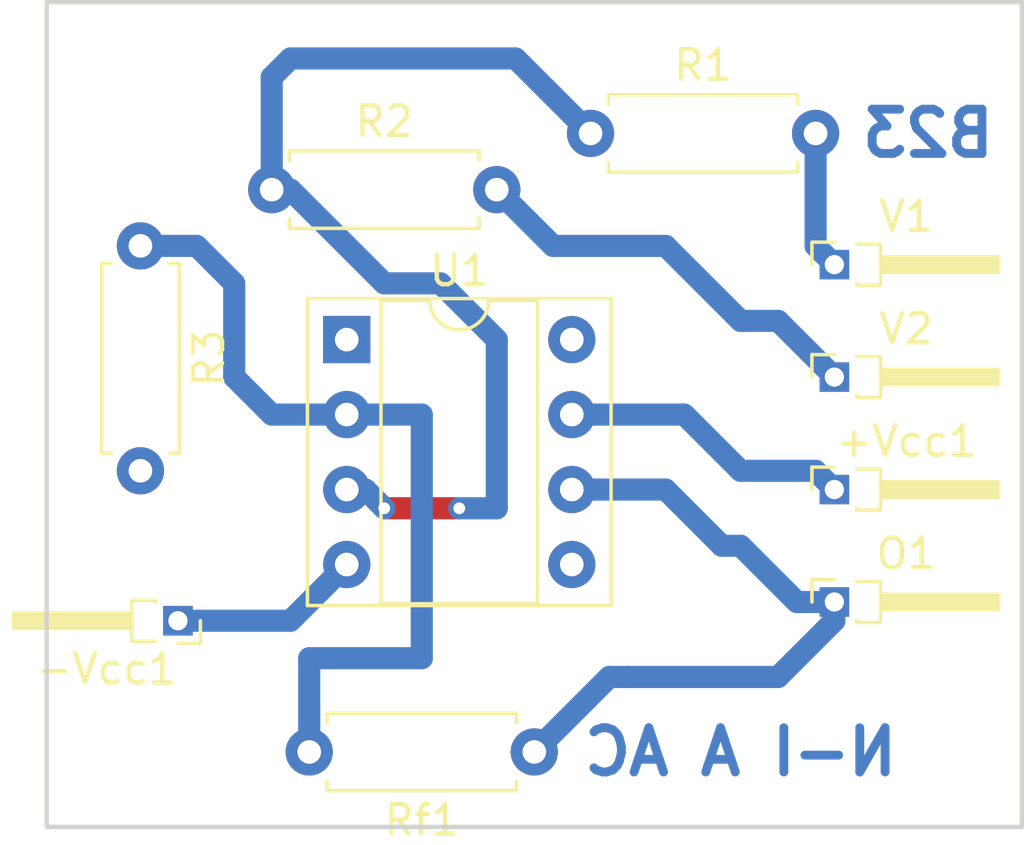
<source format=kicad_pcb>
(kicad_pcb (version 4) (host pcbnew 4.0.7)

  (general
    (links 10)
    (no_connects 0)
    (area 132.839999 71.044999 167.715001 99.905)
    (thickness 1.6)
    (drawings 7)
    (tracks 47)
    (zones 0)
    (modules 10)
    (nets 12)
  )

  (page A4)
  (layers
    (0 F.Cu signal)
    (31 B.Cu signal)
    (32 B.Adhes user)
    (33 F.Adhes user)
    (34 B.Paste user)
    (35 F.Paste user)
    (36 B.SilkS user)
    (37 F.SilkS user)
    (38 B.Mask user)
    (39 F.Mask user)
    (40 Dwgs.User user)
    (41 Cmts.User user)
    (42 Eco1.User user)
    (43 Eco2.User user)
    (44 Edge.Cuts user)
    (45 Margin user)
    (46 B.CrtYd user)
    (47 F.CrtYd user)
    (48 B.Fab user)
    (49 F.Fab user)
  )

  (setup
    (last_trace_width 0.75)
    (trace_clearance 0.2)
    (zone_clearance 0.508)
    (zone_45_only no)
    (trace_min 0.2)
    (segment_width 0.2)
    (edge_width 0.15)
    (via_size 0.6)
    (via_drill 0.4)
    (via_min_size 0.4)
    (via_min_drill 0.3)
    (uvia_size 0.3)
    (uvia_drill 0.1)
    (uvias_allowed no)
    (uvia_min_size 0.2)
    (uvia_min_drill 0.1)
    (pcb_text_width 0.3)
    (pcb_text_size 1.5 1.5)
    (mod_edge_width 0.15)
    (mod_text_size 1 1)
    (mod_text_width 0.15)
    (pad_size 1.524 1.524)
    (pad_drill 0.762)
    (pad_to_mask_clearance 0.2)
    (aux_axis_origin 0 0)
    (visible_elements FFFFFF7F)
    (pcbplotparams
      (layerselection 0x3d030_80000001)
      (usegerberextensions false)
      (excludeedgelayer true)
      (linewidth 0.100000)
      (plotframeref false)
      (viasonmask false)
      (mode 1)
      (useauxorigin false)
      (hpglpennumber 1)
      (hpglpenspeed 20)
      (hpglpendiameter 15)
      (hpglpenoverlay 2)
      (psnegative false)
      (psa4output false)
      (plotreference true)
      (plotvalue true)
      (plotinvisibletext false)
      (padsonsilk false)
      (subtractmaskfromsilk false)
      (outputformat 4)
      (mirror false)
      (drillshape 0)
      (scaleselection 1)
      (outputdirectory ""))
  )

  (net 0 "")
  (net 1 "Net-(+Vcc1-Pad1)")
  (net 2 "Net-(-Vcc1-Pad1)")
  (net 3 "Net-(O1-Pad1)")
  (net 4 "Net-(R1-Pad1)")
  (net 5 "Net-(R1-Pad2)")
  (net 6 "Net-(R2-Pad2)")
  (net 7 "Net-(R3-Pad1)")
  (net 8 GND)
  (net 9 "Net-(U1-Pad1)")
  (net 10 "Net-(U1-Pad5)")
  (net 11 "Net-(U1-Pad8)")

  (net_class Default "This is the default net class."
    (clearance 0.2)
    (trace_width 0.75)
    (via_dia 0.6)
    (via_drill 0.4)
    (uvia_dia 0.3)
    (uvia_drill 0.1)
    (add_net GND)
    (add_net "Net-(+Vcc1-Pad1)")
    (add_net "Net-(-Vcc1-Pad1)")
    (add_net "Net-(O1-Pad1)")
    (add_net "Net-(R1-Pad1)")
    (add_net "Net-(R1-Pad2)")
    (add_net "Net-(R2-Pad2)")
    (add_net "Net-(R3-Pad1)")
    (add_net "Net-(U1-Pad1)")
    (add_net "Net-(U1-Pad5)")
    (add_net "Net-(U1-Pad8)")
  )

  (module Pin_Headers:Pin_Header_Angled_1x01_Pitch1.27mm (layer F.Cu) (tedit 59650535) (tstamp 5C51AF52)
    (at 161.29 87.63)
    (descr "Through hole angled pin header, 1x01, 1.27mm pitch, 4.0mm pin length, single row")
    (tags "Through hole angled pin header THT 1x01 1.27mm single row")
    (path /5C51ADAE)
    (fp_text reference +Vcc1 (at 2.4325 -1.635) (layer F.SilkS)
      (effects (font (size 1 1) (thickness 0.15)))
    )
    (fp_text value +12V (at 2.4325 1.635) (layer F.Fab)
      (effects (font (size 1 1) (thickness 0.15)))
    )
    (fp_line (start 0.75 -0.635) (end 1.5 -0.635) (layer F.Fab) (width 0.1))
    (fp_line (start 1.5 -0.635) (end 1.5 0.635) (layer F.Fab) (width 0.1))
    (fp_line (start 1.5 0.635) (end 0.5 0.635) (layer F.Fab) (width 0.1))
    (fp_line (start 0.5 0.635) (end 0.5 -0.385) (layer F.Fab) (width 0.1))
    (fp_line (start 0.5 -0.385) (end 0.75 -0.635) (layer F.Fab) (width 0.1))
    (fp_line (start -0.2 -0.2) (end 0.5 -0.2) (layer F.Fab) (width 0.1))
    (fp_line (start -0.2 -0.2) (end -0.2 0.2) (layer F.Fab) (width 0.1))
    (fp_line (start -0.2 0.2) (end 0.5 0.2) (layer F.Fab) (width 0.1))
    (fp_line (start 1.5 -0.2) (end 5.5 -0.2) (layer F.Fab) (width 0.1))
    (fp_line (start 5.5 -0.2) (end 5.5 0.2) (layer F.Fab) (width 0.1))
    (fp_line (start 1.5 0.2) (end 5.5 0.2) (layer F.Fab) (width 0.1))
    (fp_line (start 0.76 -0.695) (end 1.56 -0.695) (layer F.SilkS) (width 0.12))
    (fp_line (start 1.56 -0.695) (end 1.56 0.695) (layer F.SilkS) (width 0.12))
    (fp_line (start 1.56 0.695) (end 0.76 0.695) (layer F.SilkS) (width 0.12))
    (fp_line (start 0.76 0.695) (end 0.76 0.619677) (layer F.SilkS) (width 0.12))
    (fp_line (start 1.56 -0.26) (end 5.56 -0.26) (layer F.SilkS) (width 0.12))
    (fp_line (start 5.56 -0.26) (end 5.56 0.26) (layer F.SilkS) (width 0.12))
    (fp_line (start 5.56 0.26) (end 1.56 0.26) (layer F.SilkS) (width 0.12))
    (fp_line (start 1.56 -0.2) (end 5.56 -0.2) (layer F.SilkS) (width 0.12))
    (fp_line (start 1.56 -0.08) (end 5.56 -0.08) (layer F.SilkS) (width 0.12))
    (fp_line (start 1.56 0.04) (end 5.56 0.04) (layer F.SilkS) (width 0.12))
    (fp_line (start 1.56 0.16) (end 5.56 0.16) (layer F.SilkS) (width 0.12))
    (fp_line (start -0.76 0) (end -0.76 -0.76) (layer F.SilkS) (width 0.12))
    (fp_line (start -0.76 -0.76) (end 0 -0.76) (layer F.SilkS) (width 0.12))
    (fp_line (start -1.15 -1.15) (end -1.15 1.15) (layer F.CrtYd) (width 0.05))
    (fp_line (start -1.15 1.15) (end 6 1.15) (layer F.CrtYd) (width 0.05))
    (fp_line (start 6 1.15) (end 6 -1.15) (layer F.CrtYd) (width 0.05))
    (fp_line (start 6 -1.15) (end -1.15 -1.15) (layer F.CrtYd) (width 0.05))
    (fp_text user %R (at 1 0 90) (layer F.Fab)
      (effects (font (size 0.6 0.6) (thickness 0.09)))
    )
    (pad 1 thru_hole rect (at 0 0) (size 1 1) (drill 0.65) (layers *.Cu *.Mask)
      (net 1 "Net-(+Vcc1-Pad1)"))
    (model ${KISYS3DMOD}/Pin_Headers.3dshapes/Pin_Header_Angled_1x01_Pitch1.27mm.wrl
      (at (xyz 0 0 0))
      (scale (xyz 1 1 1))
      (rotate (xyz 0 0 0))
    )
  )

  (module Pin_Headers:Pin_Header_Angled_1x01_Pitch1.27mm (layer F.Cu) (tedit 59650535) (tstamp 5C51AF57)
    (at 139.065 92.075 180)
    (descr "Through hole angled pin header, 1x01, 1.27mm pitch, 4.0mm pin length, single row")
    (tags "Through hole angled pin header THT 1x01 1.27mm single row")
    (path /5C51AD7B)
    (fp_text reference -Vcc1 (at 2.4325 -1.635 180) (layer F.SilkS)
      (effects (font (size 1 1) (thickness 0.15)))
    )
    (fp_text value -12V (at 2.4325 1.635 180) (layer F.Fab)
      (effects (font (size 1 1) (thickness 0.15)))
    )
    (fp_line (start 0.75 -0.635) (end 1.5 -0.635) (layer F.Fab) (width 0.1))
    (fp_line (start 1.5 -0.635) (end 1.5 0.635) (layer F.Fab) (width 0.1))
    (fp_line (start 1.5 0.635) (end 0.5 0.635) (layer F.Fab) (width 0.1))
    (fp_line (start 0.5 0.635) (end 0.5 -0.385) (layer F.Fab) (width 0.1))
    (fp_line (start 0.5 -0.385) (end 0.75 -0.635) (layer F.Fab) (width 0.1))
    (fp_line (start -0.2 -0.2) (end 0.5 -0.2) (layer F.Fab) (width 0.1))
    (fp_line (start -0.2 -0.2) (end -0.2 0.2) (layer F.Fab) (width 0.1))
    (fp_line (start -0.2 0.2) (end 0.5 0.2) (layer F.Fab) (width 0.1))
    (fp_line (start 1.5 -0.2) (end 5.5 -0.2) (layer F.Fab) (width 0.1))
    (fp_line (start 5.5 -0.2) (end 5.5 0.2) (layer F.Fab) (width 0.1))
    (fp_line (start 1.5 0.2) (end 5.5 0.2) (layer F.Fab) (width 0.1))
    (fp_line (start 0.76 -0.695) (end 1.56 -0.695) (layer F.SilkS) (width 0.12))
    (fp_line (start 1.56 -0.695) (end 1.56 0.695) (layer F.SilkS) (width 0.12))
    (fp_line (start 1.56 0.695) (end 0.76 0.695) (layer F.SilkS) (width 0.12))
    (fp_line (start 0.76 0.695) (end 0.76 0.619677) (layer F.SilkS) (width 0.12))
    (fp_line (start 1.56 -0.26) (end 5.56 -0.26) (layer F.SilkS) (width 0.12))
    (fp_line (start 5.56 -0.26) (end 5.56 0.26) (layer F.SilkS) (width 0.12))
    (fp_line (start 5.56 0.26) (end 1.56 0.26) (layer F.SilkS) (width 0.12))
    (fp_line (start 1.56 -0.2) (end 5.56 -0.2) (layer F.SilkS) (width 0.12))
    (fp_line (start 1.56 -0.08) (end 5.56 -0.08) (layer F.SilkS) (width 0.12))
    (fp_line (start 1.56 0.04) (end 5.56 0.04) (layer F.SilkS) (width 0.12))
    (fp_line (start 1.56 0.16) (end 5.56 0.16) (layer F.SilkS) (width 0.12))
    (fp_line (start -0.76 0) (end -0.76 -0.76) (layer F.SilkS) (width 0.12))
    (fp_line (start -0.76 -0.76) (end 0 -0.76) (layer F.SilkS) (width 0.12))
    (fp_line (start -1.15 -1.15) (end -1.15 1.15) (layer F.CrtYd) (width 0.05))
    (fp_line (start -1.15 1.15) (end 6 1.15) (layer F.CrtYd) (width 0.05))
    (fp_line (start 6 1.15) (end 6 -1.15) (layer F.CrtYd) (width 0.05))
    (fp_line (start 6 -1.15) (end -1.15 -1.15) (layer F.CrtYd) (width 0.05))
    (fp_text user %R (at 1 0 270) (layer F.Fab)
      (effects (font (size 0.6 0.6) (thickness 0.09)))
    )
    (pad 1 thru_hole rect (at 0 0 180) (size 1 1) (drill 0.65) (layers *.Cu *.Mask)
      (net 2 "Net-(-Vcc1-Pad1)"))
    (model ${KISYS3DMOD}/Pin_Headers.3dshapes/Pin_Header_Angled_1x01_Pitch1.27mm.wrl
      (at (xyz 0 0 0))
      (scale (xyz 1 1 1))
      (rotate (xyz 0 0 0))
    )
  )

  (module Pin_Headers:Pin_Header_Angled_1x01_Pitch1.27mm (layer F.Cu) (tedit 59650535) (tstamp 5C51AF5C)
    (at 161.29 91.44)
    (descr "Through hole angled pin header, 1x01, 1.27mm pitch, 4.0mm pin length, single row")
    (tags "Through hole angled pin header THT 1x01 1.27mm single row")
    (path /5C51ADD9)
    (fp_text reference O1 (at 2.4325 -1.635) (layer F.SilkS)
      (effects (font (size 1 1) (thickness 0.15)))
    )
    (fp_text value CRO (at 2.4325 1.635) (layer F.Fab)
      (effects (font (size 1 1) (thickness 0.15)))
    )
    (fp_line (start 0.75 -0.635) (end 1.5 -0.635) (layer F.Fab) (width 0.1))
    (fp_line (start 1.5 -0.635) (end 1.5 0.635) (layer F.Fab) (width 0.1))
    (fp_line (start 1.5 0.635) (end 0.5 0.635) (layer F.Fab) (width 0.1))
    (fp_line (start 0.5 0.635) (end 0.5 -0.385) (layer F.Fab) (width 0.1))
    (fp_line (start 0.5 -0.385) (end 0.75 -0.635) (layer F.Fab) (width 0.1))
    (fp_line (start -0.2 -0.2) (end 0.5 -0.2) (layer F.Fab) (width 0.1))
    (fp_line (start -0.2 -0.2) (end -0.2 0.2) (layer F.Fab) (width 0.1))
    (fp_line (start -0.2 0.2) (end 0.5 0.2) (layer F.Fab) (width 0.1))
    (fp_line (start 1.5 -0.2) (end 5.5 -0.2) (layer F.Fab) (width 0.1))
    (fp_line (start 5.5 -0.2) (end 5.5 0.2) (layer F.Fab) (width 0.1))
    (fp_line (start 1.5 0.2) (end 5.5 0.2) (layer F.Fab) (width 0.1))
    (fp_line (start 0.76 -0.695) (end 1.56 -0.695) (layer F.SilkS) (width 0.12))
    (fp_line (start 1.56 -0.695) (end 1.56 0.695) (layer F.SilkS) (width 0.12))
    (fp_line (start 1.56 0.695) (end 0.76 0.695) (layer F.SilkS) (width 0.12))
    (fp_line (start 0.76 0.695) (end 0.76 0.619677) (layer F.SilkS) (width 0.12))
    (fp_line (start 1.56 -0.26) (end 5.56 -0.26) (layer F.SilkS) (width 0.12))
    (fp_line (start 5.56 -0.26) (end 5.56 0.26) (layer F.SilkS) (width 0.12))
    (fp_line (start 5.56 0.26) (end 1.56 0.26) (layer F.SilkS) (width 0.12))
    (fp_line (start 1.56 -0.2) (end 5.56 -0.2) (layer F.SilkS) (width 0.12))
    (fp_line (start 1.56 -0.08) (end 5.56 -0.08) (layer F.SilkS) (width 0.12))
    (fp_line (start 1.56 0.04) (end 5.56 0.04) (layer F.SilkS) (width 0.12))
    (fp_line (start 1.56 0.16) (end 5.56 0.16) (layer F.SilkS) (width 0.12))
    (fp_line (start -0.76 0) (end -0.76 -0.76) (layer F.SilkS) (width 0.12))
    (fp_line (start -0.76 -0.76) (end 0 -0.76) (layer F.SilkS) (width 0.12))
    (fp_line (start -1.15 -1.15) (end -1.15 1.15) (layer F.CrtYd) (width 0.05))
    (fp_line (start -1.15 1.15) (end 6 1.15) (layer F.CrtYd) (width 0.05))
    (fp_line (start 6 1.15) (end 6 -1.15) (layer F.CrtYd) (width 0.05))
    (fp_line (start 6 -1.15) (end -1.15 -1.15) (layer F.CrtYd) (width 0.05))
    (fp_text user %R (at 1 0 90) (layer F.Fab)
      (effects (font (size 0.6 0.6) (thickness 0.09)))
    )
    (pad 1 thru_hole rect (at 0 0) (size 1 1) (drill 0.65) (layers *.Cu *.Mask)
      (net 3 "Net-(O1-Pad1)"))
    (model ${KISYS3DMOD}/Pin_Headers.3dshapes/Pin_Header_Angled_1x01_Pitch1.27mm.wrl
      (at (xyz 0 0 0))
      (scale (xyz 1 1 1))
      (rotate (xyz 0 0 0))
    )
  )

  (module Resistors_THT:R_Axial_DIN0207_L6.3mm_D2.5mm_P7.62mm_Horizontal (layer F.Cu) (tedit 5874F706) (tstamp 5C51AF62)
    (at 153.035 75.565)
    (descr "Resistor, Axial_DIN0207 series, Axial, Horizontal, pin pitch=7.62mm, 0.25W = 1/4W, length*diameter=6.3*2.5mm^2, http://cdn-reichelt.de/documents/datenblatt/B400/1_4W%23YAG.pdf")
    (tags "Resistor Axial_DIN0207 series Axial Horizontal pin pitch 7.62mm 0.25W = 1/4W length 6.3mm diameter 2.5mm")
    (path /5C51AC67)
    (fp_text reference R1 (at 3.81 -2.31) (layer F.SilkS)
      (effects (font (size 1 1) (thickness 0.15)))
    )
    (fp_text value "1k ohm" (at 3.81 2.31) (layer F.Fab)
      (effects (font (size 1 1) (thickness 0.15)))
    )
    (fp_line (start 0.66 -1.25) (end 0.66 1.25) (layer F.Fab) (width 0.1))
    (fp_line (start 0.66 1.25) (end 6.96 1.25) (layer F.Fab) (width 0.1))
    (fp_line (start 6.96 1.25) (end 6.96 -1.25) (layer F.Fab) (width 0.1))
    (fp_line (start 6.96 -1.25) (end 0.66 -1.25) (layer F.Fab) (width 0.1))
    (fp_line (start 0 0) (end 0.66 0) (layer F.Fab) (width 0.1))
    (fp_line (start 7.62 0) (end 6.96 0) (layer F.Fab) (width 0.1))
    (fp_line (start 0.6 -0.98) (end 0.6 -1.31) (layer F.SilkS) (width 0.12))
    (fp_line (start 0.6 -1.31) (end 7.02 -1.31) (layer F.SilkS) (width 0.12))
    (fp_line (start 7.02 -1.31) (end 7.02 -0.98) (layer F.SilkS) (width 0.12))
    (fp_line (start 0.6 0.98) (end 0.6 1.31) (layer F.SilkS) (width 0.12))
    (fp_line (start 0.6 1.31) (end 7.02 1.31) (layer F.SilkS) (width 0.12))
    (fp_line (start 7.02 1.31) (end 7.02 0.98) (layer F.SilkS) (width 0.12))
    (fp_line (start -1.05 -1.6) (end -1.05 1.6) (layer F.CrtYd) (width 0.05))
    (fp_line (start -1.05 1.6) (end 8.7 1.6) (layer F.CrtYd) (width 0.05))
    (fp_line (start 8.7 1.6) (end 8.7 -1.6) (layer F.CrtYd) (width 0.05))
    (fp_line (start 8.7 -1.6) (end -1.05 -1.6) (layer F.CrtYd) (width 0.05))
    (pad 1 thru_hole circle (at 0 0) (size 1.6 1.6) (drill 0.8) (layers *.Cu *.Mask)
      (net 4 "Net-(R1-Pad1)"))
    (pad 2 thru_hole oval (at 7.62 0) (size 1.6 1.6) (drill 0.8) (layers *.Cu *.Mask)
      (net 5 "Net-(R1-Pad2)"))
    (model ${KISYS3DMOD}/Resistors_THT.3dshapes/R_Axial_DIN0207_L6.3mm_D2.5mm_P7.62mm_Horizontal.wrl
      (at (xyz 0 0 0))
      (scale (xyz 0.393701 0.393701 0.393701))
      (rotate (xyz 0 0 0))
    )
  )

  (module Resistors_THT:R_Axial_DIN0207_L6.3mm_D2.5mm_P7.62mm_Horizontal (layer F.Cu) (tedit 5874F706) (tstamp 5C51AF68)
    (at 142.24 77.47)
    (descr "Resistor, Axial_DIN0207 series, Axial, Horizontal, pin pitch=7.62mm, 0.25W = 1/4W, length*diameter=6.3*2.5mm^2, http://cdn-reichelt.de/documents/datenblatt/B400/1_4W%23YAG.pdf")
    (tags "Resistor Axial_DIN0207 series Axial Horizontal pin pitch 7.62mm 0.25W = 1/4W length 6.3mm diameter 2.5mm")
    (path /5C51AC90)
    (fp_text reference R2 (at 3.81 -2.31) (layer F.SilkS)
      (effects (font (size 1 1) (thickness 0.15)))
    )
    (fp_text value "1k ohm" (at 3.81 2.31) (layer F.Fab)
      (effects (font (size 1 1) (thickness 0.15)))
    )
    (fp_line (start 0.66 -1.25) (end 0.66 1.25) (layer F.Fab) (width 0.1))
    (fp_line (start 0.66 1.25) (end 6.96 1.25) (layer F.Fab) (width 0.1))
    (fp_line (start 6.96 1.25) (end 6.96 -1.25) (layer F.Fab) (width 0.1))
    (fp_line (start 6.96 -1.25) (end 0.66 -1.25) (layer F.Fab) (width 0.1))
    (fp_line (start 0 0) (end 0.66 0) (layer F.Fab) (width 0.1))
    (fp_line (start 7.62 0) (end 6.96 0) (layer F.Fab) (width 0.1))
    (fp_line (start 0.6 -0.98) (end 0.6 -1.31) (layer F.SilkS) (width 0.12))
    (fp_line (start 0.6 -1.31) (end 7.02 -1.31) (layer F.SilkS) (width 0.12))
    (fp_line (start 7.02 -1.31) (end 7.02 -0.98) (layer F.SilkS) (width 0.12))
    (fp_line (start 0.6 0.98) (end 0.6 1.31) (layer F.SilkS) (width 0.12))
    (fp_line (start 0.6 1.31) (end 7.02 1.31) (layer F.SilkS) (width 0.12))
    (fp_line (start 7.02 1.31) (end 7.02 0.98) (layer F.SilkS) (width 0.12))
    (fp_line (start -1.05 -1.6) (end -1.05 1.6) (layer F.CrtYd) (width 0.05))
    (fp_line (start -1.05 1.6) (end 8.7 1.6) (layer F.CrtYd) (width 0.05))
    (fp_line (start 8.7 1.6) (end 8.7 -1.6) (layer F.CrtYd) (width 0.05))
    (fp_line (start 8.7 -1.6) (end -1.05 -1.6) (layer F.CrtYd) (width 0.05))
    (pad 1 thru_hole circle (at 0 0) (size 1.6 1.6) (drill 0.8) (layers *.Cu *.Mask)
      (net 4 "Net-(R1-Pad1)"))
    (pad 2 thru_hole oval (at 7.62 0) (size 1.6 1.6) (drill 0.8) (layers *.Cu *.Mask)
      (net 6 "Net-(R2-Pad2)"))
    (model ${KISYS3DMOD}/Resistors_THT.3dshapes/R_Axial_DIN0207_L6.3mm_D2.5mm_P7.62mm_Horizontal.wrl
      (at (xyz 0 0 0))
      (scale (xyz 0.393701 0.393701 0.393701))
      (rotate (xyz 0 0 0))
    )
  )

  (module Resistors_THT:R_Axial_DIN0207_L6.3mm_D2.5mm_P7.62mm_Horizontal (layer F.Cu) (tedit 5874F706) (tstamp 5C51AF6E)
    (at 137.795 79.375 270)
    (descr "Resistor, Axial_DIN0207 series, Axial, Horizontal, pin pitch=7.62mm, 0.25W = 1/4W, length*diameter=6.3*2.5mm^2, http://cdn-reichelt.de/documents/datenblatt/B400/1_4W%23YAG.pdf")
    (tags "Resistor Axial_DIN0207 series Axial Horizontal pin pitch 7.62mm 0.25W = 1/4W length 6.3mm diameter 2.5mm")
    (path /5C51ACB1)
    (fp_text reference R3 (at 3.81 -2.31 270) (layer F.SilkS)
      (effects (font (size 1 1) (thickness 0.15)))
    )
    (fp_text value "1k ohm" (at 3.81 2.31 270) (layer F.Fab)
      (effects (font (size 1 1) (thickness 0.15)))
    )
    (fp_line (start 0.66 -1.25) (end 0.66 1.25) (layer F.Fab) (width 0.1))
    (fp_line (start 0.66 1.25) (end 6.96 1.25) (layer F.Fab) (width 0.1))
    (fp_line (start 6.96 1.25) (end 6.96 -1.25) (layer F.Fab) (width 0.1))
    (fp_line (start 6.96 -1.25) (end 0.66 -1.25) (layer F.Fab) (width 0.1))
    (fp_line (start 0 0) (end 0.66 0) (layer F.Fab) (width 0.1))
    (fp_line (start 7.62 0) (end 6.96 0) (layer F.Fab) (width 0.1))
    (fp_line (start 0.6 -0.98) (end 0.6 -1.31) (layer F.SilkS) (width 0.12))
    (fp_line (start 0.6 -1.31) (end 7.02 -1.31) (layer F.SilkS) (width 0.12))
    (fp_line (start 7.02 -1.31) (end 7.02 -0.98) (layer F.SilkS) (width 0.12))
    (fp_line (start 0.6 0.98) (end 0.6 1.31) (layer F.SilkS) (width 0.12))
    (fp_line (start 0.6 1.31) (end 7.02 1.31) (layer F.SilkS) (width 0.12))
    (fp_line (start 7.02 1.31) (end 7.02 0.98) (layer F.SilkS) (width 0.12))
    (fp_line (start -1.05 -1.6) (end -1.05 1.6) (layer F.CrtYd) (width 0.05))
    (fp_line (start -1.05 1.6) (end 8.7 1.6) (layer F.CrtYd) (width 0.05))
    (fp_line (start 8.7 1.6) (end 8.7 -1.6) (layer F.CrtYd) (width 0.05))
    (fp_line (start 8.7 -1.6) (end -1.05 -1.6) (layer F.CrtYd) (width 0.05))
    (pad 1 thru_hole circle (at 0 0 270) (size 1.6 1.6) (drill 0.8) (layers *.Cu *.Mask)
      (net 7 "Net-(R3-Pad1)"))
    (pad 2 thru_hole oval (at 7.62 0 270) (size 1.6 1.6) (drill 0.8) (layers *.Cu *.Mask)
      (net 8 GND))
    (model ${KISYS3DMOD}/Resistors_THT.3dshapes/R_Axial_DIN0207_L6.3mm_D2.5mm_P7.62mm_Horizontal.wrl
      (at (xyz 0 0 0))
      (scale (xyz 0.393701 0.393701 0.393701))
      (rotate (xyz 0 0 0))
    )
  )

  (module Resistors_THT:R_Axial_DIN0207_L6.3mm_D2.5mm_P7.62mm_Horizontal (layer F.Cu) (tedit 5874F706) (tstamp 5C51AF74)
    (at 151.13 96.52 180)
    (descr "Resistor, Axial_DIN0207 series, Axial, Horizontal, pin pitch=7.62mm, 0.25W = 1/4W, length*diameter=6.3*2.5mm^2, http://cdn-reichelt.de/documents/datenblatt/B400/1_4W%23YAG.pdf")
    (tags "Resistor Axial_DIN0207 series Axial Horizontal pin pitch 7.62mm 0.25W = 1/4W length 6.3mm diameter 2.5mm")
    (path /5C51AC34)
    (fp_text reference Rf1 (at 3.81 -2.31 180) (layer F.SilkS)
      (effects (font (size 1 1) (thickness 0.15)))
    )
    (fp_text value "1k ohm" (at 3.81 2.31 180) (layer F.Fab)
      (effects (font (size 1 1) (thickness 0.15)))
    )
    (fp_line (start 0.66 -1.25) (end 0.66 1.25) (layer F.Fab) (width 0.1))
    (fp_line (start 0.66 1.25) (end 6.96 1.25) (layer F.Fab) (width 0.1))
    (fp_line (start 6.96 1.25) (end 6.96 -1.25) (layer F.Fab) (width 0.1))
    (fp_line (start 6.96 -1.25) (end 0.66 -1.25) (layer F.Fab) (width 0.1))
    (fp_line (start 0 0) (end 0.66 0) (layer F.Fab) (width 0.1))
    (fp_line (start 7.62 0) (end 6.96 0) (layer F.Fab) (width 0.1))
    (fp_line (start 0.6 -0.98) (end 0.6 -1.31) (layer F.SilkS) (width 0.12))
    (fp_line (start 0.6 -1.31) (end 7.02 -1.31) (layer F.SilkS) (width 0.12))
    (fp_line (start 7.02 -1.31) (end 7.02 -0.98) (layer F.SilkS) (width 0.12))
    (fp_line (start 0.6 0.98) (end 0.6 1.31) (layer F.SilkS) (width 0.12))
    (fp_line (start 0.6 1.31) (end 7.02 1.31) (layer F.SilkS) (width 0.12))
    (fp_line (start 7.02 1.31) (end 7.02 0.98) (layer F.SilkS) (width 0.12))
    (fp_line (start -1.05 -1.6) (end -1.05 1.6) (layer F.CrtYd) (width 0.05))
    (fp_line (start -1.05 1.6) (end 8.7 1.6) (layer F.CrtYd) (width 0.05))
    (fp_line (start 8.7 1.6) (end 8.7 -1.6) (layer F.CrtYd) (width 0.05))
    (fp_line (start 8.7 -1.6) (end -1.05 -1.6) (layer F.CrtYd) (width 0.05))
    (pad 1 thru_hole circle (at 0 0 180) (size 1.6 1.6) (drill 0.8) (layers *.Cu *.Mask)
      (net 3 "Net-(O1-Pad1)"))
    (pad 2 thru_hole oval (at 7.62 0 180) (size 1.6 1.6) (drill 0.8) (layers *.Cu *.Mask)
      (net 7 "Net-(R3-Pad1)"))
    (model ${KISYS3DMOD}/Resistors_THT.3dshapes/R_Axial_DIN0207_L6.3mm_D2.5mm_P7.62mm_Horizontal.wrl
      (at (xyz 0 0 0))
      (scale (xyz 0.393701 0.393701 0.393701))
      (rotate (xyz 0 0 0))
    )
  )

  (module Housings_DIP:DIP-8_W7.62mm_Socket (layer F.Cu) (tedit 59C78D6B) (tstamp 5C51AF80)
    (at 144.78 82.55)
    (descr "8-lead though-hole mounted DIP package, row spacing 7.62 mm (300 mils), Socket")
    (tags "THT DIP DIL PDIP 2.54mm 7.62mm 300mil Socket")
    (path /5C51AC01)
    (fp_text reference U1 (at 3.81 -2.33) (layer F.SilkS)
      (effects (font (size 1 1) (thickness 0.15)))
    )
    (fp_text value LM741 (at 3.81 9.95) (layer F.Fab)
      (effects (font (size 1 1) (thickness 0.15)))
    )
    (fp_arc (start 3.81 -1.33) (end 2.81 -1.33) (angle -180) (layer F.SilkS) (width 0.12))
    (fp_line (start 1.635 -1.27) (end 6.985 -1.27) (layer F.Fab) (width 0.1))
    (fp_line (start 6.985 -1.27) (end 6.985 8.89) (layer F.Fab) (width 0.1))
    (fp_line (start 6.985 8.89) (end 0.635 8.89) (layer F.Fab) (width 0.1))
    (fp_line (start 0.635 8.89) (end 0.635 -0.27) (layer F.Fab) (width 0.1))
    (fp_line (start 0.635 -0.27) (end 1.635 -1.27) (layer F.Fab) (width 0.1))
    (fp_line (start -1.27 -1.33) (end -1.27 8.95) (layer F.Fab) (width 0.1))
    (fp_line (start -1.27 8.95) (end 8.89 8.95) (layer F.Fab) (width 0.1))
    (fp_line (start 8.89 8.95) (end 8.89 -1.33) (layer F.Fab) (width 0.1))
    (fp_line (start 8.89 -1.33) (end -1.27 -1.33) (layer F.Fab) (width 0.1))
    (fp_line (start 2.81 -1.33) (end 1.16 -1.33) (layer F.SilkS) (width 0.12))
    (fp_line (start 1.16 -1.33) (end 1.16 8.95) (layer F.SilkS) (width 0.12))
    (fp_line (start 1.16 8.95) (end 6.46 8.95) (layer F.SilkS) (width 0.12))
    (fp_line (start 6.46 8.95) (end 6.46 -1.33) (layer F.SilkS) (width 0.12))
    (fp_line (start 6.46 -1.33) (end 4.81 -1.33) (layer F.SilkS) (width 0.12))
    (fp_line (start -1.33 -1.39) (end -1.33 9.01) (layer F.SilkS) (width 0.12))
    (fp_line (start -1.33 9.01) (end 8.95 9.01) (layer F.SilkS) (width 0.12))
    (fp_line (start 8.95 9.01) (end 8.95 -1.39) (layer F.SilkS) (width 0.12))
    (fp_line (start 8.95 -1.39) (end -1.33 -1.39) (layer F.SilkS) (width 0.12))
    (fp_line (start -1.55 -1.6) (end -1.55 9.2) (layer F.CrtYd) (width 0.05))
    (fp_line (start -1.55 9.2) (end 9.15 9.2) (layer F.CrtYd) (width 0.05))
    (fp_line (start 9.15 9.2) (end 9.15 -1.6) (layer F.CrtYd) (width 0.05))
    (fp_line (start 9.15 -1.6) (end -1.55 -1.6) (layer F.CrtYd) (width 0.05))
    (fp_text user %R (at 3.81 3.81) (layer F.Fab)
      (effects (font (size 1 1) (thickness 0.15)))
    )
    (pad 1 thru_hole rect (at 0 0) (size 1.6 1.6) (drill 0.8) (layers *.Cu *.Mask)
      (net 9 "Net-(U1-Pad1)"))
    (pad 5 thru_hole oval (at 7.62 7.62) (size 1.6 1.6) (drill 0.8) (layers *.Cu *.Mask)
      (net 10 "Net-(U1-Pad5)"))
    (pad 2 thru_hole oval (at 0 2.54) (size 1.6 1.6) (drill 0.8) (layers *.Cu *.Mask)
      (net 7 "Net-(R3-Pad1)"))
    (pad 6 thru_hole oval (at 7.62 5.08) (size 1.6 1.6) (drill 0.8) (layers *.Cu *.Mask)
      (net 3 "Net-(O1-Pad1)"))
    (pad 3 thru_hole oval (at 0 5.08) (size 1.6 1.6) (drill 0.8) (layers *.Cu *.Mask)
      (net 4 "Net-(R1-Pad1)"))
    (pad 7 thru_hole oval (at 7.62 2.54) (size 1.6 1.6) (drill 0.8) (layers *.Cu *.Mask)
      (net 1 "Net-(+Vcc1-Pad1)"))
    (pad 4 thru_hole oval (at 0 7.62) (size 1.6 1.6) (drill 0.8) (layers *.Cu *.Mask)
      (net 2 "Net-(-Vcc1-Pad1)"))
    (pad 8 thru_hole oval (at 7.62 0) (size 1.6 1.6) (drill 0.8) (layers *.Cu *.Mask)
      (net 11 "Net-(U1-Pad8)"))
    (model ${KISYS3DMOD}/Housings_DIP.3dshapes/DIP-8_W7.62mm_Socket.wrl
      (at (xyz 0 0 0))
      (scale (xyz 1 1 1))
      (rotate (xyz 0 0 0))
    )
  )

  (module Pin_Headers:Pin_Header_Angled_1x01_Pitch1.27mm (layer F.Cu) (tedit 59650535) (tstamp 5C51AF85)
    (at 161.29 80.01)
    (descr "Through hole angled pin header, 1x01, 1.27mm pitch, 4.0mm pin length, single row")
    (tags "Through hole angled pin header THT 1x01 1.27mm single row")
    (path /5C51AD0B)
    (fp_text reference V1 (at 2.4325 -1.635) (layer F.SilkS)
      (effects (font (size 1 1) (thickness 0.15)))
    )
    (fp_text value I1 (at 2.4325 1.635) (layer F.Fab)
      (effects (font (size 1 1) (thickness 0.15)))
    )
    (fp_line (start 0.75 -0.635) (end 1.5 -0.635) (layer F.Fab) (width 0.1))
    (fp_line (start 1.5 -0.635) (end 1.5 0.635) (layer F.Fab) (width 0.1))
    (fp_line (start 1.5 0.635) (end 0.5 0.635) (layer F.Fab) (width 0.1))
    (fp_line (start 0.5 0.635) (end 0.5 -0.385) (layer F.Fab) (width 0.1))
    (fp_line (start 0.5 -0.385) (end 0.75 -0.635) (layer F.Fab) (width 0.1))
    (fp_line (start -0.2 -0.2) (end 0.5 -0.2) (layer F.Fab) (width 0.1))
    (fp_line (start -0.2 -0.2) (end -0.2 0.2) (layer F.Fab) (width 0.1))
    (fp_line (start -0.2 0.2) (end 0.5 0.2) (layer F.Fab) (width 0.1))
    (fp_line (start 1.5 -0.2) (end 5.5 -0.2) (layer F.Fab) (width 0.1))
    (fp_line (start 5.5 -0.2) (end 5.5 0.2) (layer F.Fab) (width 0.1))
    (fp_line (start 1.5 0.2) (end 5.5 0.2) (layer F.Fab) (width 0.1))
    (fp_line (start 0.76 -0.695) (end 1.56 -0.695) (layer F.SilkS) (width 0.12))
    (fp_line (start 1.56 -0.695) (end 1.56 0.695) (layer F.SilkS) (width 0.12))
    (fp_line (start 1.56 0.695) (end 0.76 0.695) (layer F.SilkS) (width 0.12))
    (fp_line (start 0.76 0.695) (end 0.76 0.619677) (layer F.SilkS) (width 0.12))
    (fp_line (start 1.56 -0.26) (end 5.56 -0.26) (layer F.SilkS) (width 0.12))
    (fp_line (start 5.56 -0.26) (end 5.56 0.26) (layer F.SilkS) (width 0.12))
    (fp_line (start 5.56 0.26) (end 1.56 0.26) (layer F.SilkS) (width 0.12))
    (fp_line (start 1.56 -0.2) (end 5.56 -0.2) (layer F.SilkS) (width 0.12))
    (fp_line (start 1.56 -0.08) (end 5.56 -0.08) (layer F.SilkS) (width 0.12))
    (fp_line (start 1.56 0.04) (end 5.56 0.04) (layer F.SilkS) (width 0.12))
    (fp_line (start 1.56 0.16) (end 5.56 0.16) (layer F.SilkS) (width 0.12))
    (fp_line (start -0.76 0) (end -0.76 -0.76) (layer F.SilkS) (width 0.12))
    (fp_line (start -0.76 -0.76) (end 0 -0.76) (layer F.SilkS) (width 0.12))
    (fp_line (start -1.15 -1.15) (end -1.15 1.15) (layer F.CrtYd) (width 0.05))
    (fp_line (start -1.15 1.15) (end 6 1.15) (layer F.CrtYd) (width 0.05))
    (fp_line (start 6 1.15) (end 6 -1.15) (layer F.CrtYd) (width 0.05))
    (fp_line (start 6 -1.15) (end -1.15 -1.15) (layer F.CrtYd) (width 0.05))
    (fp_text user %R (at 1 0 90) (layer F.Fab)
      (effects (font (size 0.6 0.6) (thickness 0.09)))
    )
    (pad 1 thru_hole rect (at 0 0) (size 1 1) (drill 0.65) (layers *.Cu *.Mask)
      (net 5 "Net-(R1-Pad2)"))
    (model ${KISYS3DMOD}/Pin_Headers.3dshapes/Pin_Header_Angled_1x01_Pitch1.27mm.wrl
      (at (xyz 0 0 0))
      (scale (xyz 1 1 1))
      (rotate (xyz 0 0 0))
    )
  )

  (module Pin_Headers:Pin_Header_Angled_1x01_Pitch1.27mm (layer F.Cu) (tedit 59650535) (tstamp 5C51AF8A)
    (at 161.29 83.82)
    (descr "Through hole angled pin header, 1x01, 1.27mm pitch, 4.0mm pin length, single row")
    (tags "Through hole angled pin header THT 1x01 1.27mm single row")
    (path /5C51AD56)
    (fp_text reference V2 (at 2.4325 -1.635) (layer F.SilkS)
      (effects (font (size 1 1) (thickness 0.15)))
    )
    (fp_text value I2 (at 2.4325 1.635) (layer F.Fab)
      (effects (font (size 1 1) (thickness 0.15)))
    )
    (fp_line (start 0.75 -0.635) (end 1.5 -0.635) (layer F.Fab) (width 0.1))
    (fp_line (start 1.5 -0.635) (end 1.5 0.635) (layer F.Fab) (width 0.1))
    (fp_line (start 1.5 0.635) (end 0.5 0.635) (layer F.Fab) (width 0.1))
    (fp_line (start 0.5 0.635) (end 0.5 -0.385) (layer F.Fab) (width 0.1))
    (fp_line (start 0.5 -0.385) (end 0.75 -0.635) (layer F.Fab) (width 0.1))
    (fp_line (start -0.2 -0.2) (end 0.5 -0.2) (layer F.Fab) (width 0.1))
    (fp_line (start -0.2 -0.2) (end -0.2 0.2) (layer F.Fab) (width 0.1))
    (fp_line (start -0.2 0.2) (end 0.5 0.2) (layer F.Fab) (width 0.1))
    (fp_line (start 1.5 -0.2) (end 5.5 -0.2) (layer F.Fab) (width 0.1))
    (fp_line (start 5.5 -0.2) (end 5.5 0.2) (layer F.Fab) (width 0.1))
    (fp_line (start 1.5 0.2) (end 5.5 0.2) (layer F.Fab) (width 0.1))
    (fp_line (start 0.76 -0.695) (end 1.56 -0.695) (layer F.SilkS) (width 0.12))
    (fp_line (start 1.56 -0.695) (end 1.56 0.695) (layer F.SilkS) (width 0.12))
    (fp_line (start 1.56 0.695) (end 0.76 0.695) (layer F.SilkS) (width 0.12))
    (fp_line (start 0.76 0.695) (end 0.76 0.619677) (layer F.SilkS) (width 0.12))
    (fp_line (start 1.56 -0.26) (end 5.56 -0.26) (layer F.SilkS) (width 0.12))
    (fp_line (start 5.56 -0.26) (end 5.56 0.26) (layer F.SilkS) (width 0.12))
    (fp_line (start 5.56 0.26) (end 1.56 0.26) (layer F.SilkS) (width 0.12))
    (fp_line (start 1.56 -0.2) (end 5.56 -0.2) (layer F.SilkS) (width 0.12))
    (fp_line (start 1.56 -0.08) (end 5.56 -0.08) (layer F.SilkS) (width 0.12))
    (fp_line (start 1.56 0.04) (end 5.56 0.04) (layer F.SilkS) (width 0.12))
    (fp_line (start 1.56 0.16) (end 5.56 0.16) (layer F.SilkS) (width 0.12))
    (fp_line (start -0.76 0) (end -0.76 -0.76) (layer F.SilkS) (width 0.12))
    (fp_line (start -0.76 -0.76) (end 0 -0.76) (layer F.SilkS) (width 0.12))
    (fp_line (start -1.15 -1.15) (end -1.15 1.15) (layer F.CrtYd) (width 0.05))
    (fp_line (start -1.15 1.15) (end 6 1.15) (layer F.CrtYd) (width 0.05))
    (fp_line (start 6 1.15) (end 6 -1.15) (layer F.CrtYd) (width 0.05))
    (fp_line (start 6 -1.15) (end -1.15 -1.15) (layer F.CrtYd) (width 0.05))
    (fp_text user %R (at 1 0 90) (layer F.Fab)
      (effects (font (size 0.6 0.6) (thickness 0.09)))
    )
    (pad 1 thru_hole rect (at 0 0) (size 1 1) (drill 0.65) (layers *.Cu *.Mask)
      (net 6 "Net-(R2-Pad2)"))
    (model ${KISYS3DMOD}/Pin_Headers.3dshapes/Pin_Header_Angled_1x01_Pitch1.27mm.wrl
      (at (xyz 0 0 0))
      (scale (xyz 1 1 1))
      (rotate (xyz 0 0 0))
    )
  )

  (gr_line (start 167.64 71.12) (end 167.64 73.025) (angle 90) (layer Edge.Cuts) (width 0.15))
  (gr_line (start 134.62 71.12) (end 167.64 71.12) (angle 90) (layer Edge.Cuts) (width 0.15))
  (gr_line (start 134.62 99.06) (end 134.62 71.12) (angle 90) (layer Edge.Cuts) (width 0.15))
  (gr_line (start 167.64 99.06) (end 134.62 99.06) (angle 90) (layer Edge.Cuts) (width 0.15))
  (gr_line (start 167.64 73.025) (end 167.64 99.06) (angle 90) (layer Edge.Cuts) (width 0.15))
  (gr_text "N-I A AC" (at 158.115 96.52) (layer B.Cu)
    (effects (font (size 1.5 1.5) (thickness 0.3)) (justify mirror))
  )
  (gr_text B23 (at 164.465 75.565) (layer B.Cu)
    (effects (font (size 1.5 1.5) (thickness 0.3)) (justify mirror))
  )

  (segment (start 152.4 85.09) (end 156.21 85.09) (width 0.75) (layer B.Cu) (net 1) (status 400000))
  (segment (start 160.655 86.995) (end 161.29 87.63) (width 0.75) (layer B.Cu) (net 1) (tstamp 5C51B08A) (status 800000))
  (segment (start 158.115 86.995) (end 160.655 86.995) (width 0.75) (layer B.Cu) (net 1) (tstamp 5C51B089))
  (segment (start 156.21 85.09) (end 158.115 86.995) (width 0.75) (layer B.Cu) (net 1) (tstamp 5C51B088))
  (segment (start 139.065 92.075) (end 142.875 92.075) (width 0.75) (layer B.Cu) (net 2) (status 400000))
  (segment (start 142.875 92.075) (end 144.78 90.17) (width 0.75) (layer B.Cu) (net 2) (tstamp 5C51B0BD) (status 800000))
  (segment (start 151.13 96.52) (end 153.67 93.98) (width 0.75) (layer B.Cu) (net 3) (status 400000))
  (segment (start 161.29 92.075) (end 161.29 91.44) (width 0.75) (layer B.Cu) (net 3) (tstamp 5C51B09C) (status 800000))
  (segment (start 159.385 93.98) (end 161.29 92.075) (width 0.75) (layer B.Cu) (net 3) (tstamp 5C51B09B))
  (segment (start 154.305 93.98) (end 159.385 93.98) (width 0.75) (layer B.Cu) (net 3) (tstamp 5C51B09A))
  (segment (start 153.67 93.98) (end 154.305 93.98) (width 0.75) (layer B.Cu) (net 3) (tstamp 5C51B098))
  (segment (start 152.4 87.63) (end 155.575 87.63) (width 0.75) (layer B.Cu) (net 3) (status 400000))
  (segment (start 160.02 91.44) (end 161.29 91.44) (width 0.75) (layer B.Cu) (net 3) (tstamp 5C51B093) (status 800000))
  (segment (start 158.115 89.535) (end 160.02 91.44) (width 0.75) (layer B.Cu) (net 3) (tstamp 5C51B092))
  (segment (start 157.48 89.535) (end 158.115 89.535) (width 0.75) (layer B.Cu) (net 3) (tstamp 5C51B091))
  (segment (start 155.575 87.63) (end 157.48 89.535) (width 0.75) (layer B.Cu) (net 3) (tstamp 5C51B08E))
  (segment (start 142.24 77.47) (end 142.875 77.47) (width 0.75) (layer B.Cu) (net 4) (status C00000))
  (segment (start 142.875 77.47) (end 146.05 80.645) (width 0.75) (layer B.Cu) (net 4) (tstamp 5C51B0F2) (status 400000))
  (segment (start 146.05 88.265) (end 145.415 87.63) (width 0.75) (layer B.Cu) (net 4) (tstamp 5C51B110) (status 800000))
  (via (at 146.05 88.265) (size 0.6) (drill 0.4) (layers F.Cu B.Cu) (net 4))
  (segment (start 148.59 88.265) (end 146.05 88.265) (width 0.75) (layer F.Cu) (net 4) (tstamp 5C51B103))
  (via (at 148.59 88.265) (size 0.6) (drill 0.4) (layers F.Cu B.Cu) (net 4))
  (segment (start 149.86 88.265) (end 148.59 88.265) (width 0.75) (layer B.Cu) (net 4) (tstamp 5C51B0FD))
  (segment (start 149.86 82.55) (end 149.86 88.265) (width 0.75) (layer B.Cu) (net 4) (tstamp 5C51B0F8))
  (segment (start 147.955 80.645) (end 149.86 82.55) (width 0.75) (layer B.Cu) (net 4) (tstamp 5C51B0F7))
  (segment (start 146.05 80.645) (end 147.955 80.645) (width 0.75) (layer B.Cu) (net 4) (tstamp 5C51B0F4))
  (segment (start 145.415 87.63) (end 144.78 87.63) (width 0.75) (layer B.Cu) (net 4) (tstamp 5C51B111) (status C00000))
  (segment (start 142.24 77.47) (end 142.24 73.66) (width 0.75) (layer B.Cu) (net 4) (status 400000))
  (segment (start 150.495 73.025) (end 153.035 75.565) (width 0.75) (layer B.Cu) (net 4) (tstamp 5C51B07A) (status 800000))
  (segment (start 142.875 73.025) (end 150.495 73.025) (width 0.75) (layer B.Cu) (net 4) (tstamp 5C51B078))
  (segment (start 142.24 73.66) (end 142.875 73.025) (width 0.75) (layer B.Cu) (net 4) (tstamp 5C51B076))
  (segment (start 160.655 75.565) (end 160.655 79.375) (width 0.75) (layer B.Cu) (net 5) (status 400000))
  (segment (start 160.655 79.375) (end 161.29 80.01) (width 0.75) (layer B.Cu) (net 5) (tstamp 5C51B06E) (status 800000))
  (segment (start 149.86 77.47) (end 151.765 79.375) (width 0.75) (layer B.Cu) (net 6) (status 400000))
  (segment (start 159.385 81.915) (end 161.29 83.82) (width 0.75) (layer B.Cu) (net 6) (tstamp 5C51B085) (status 800000))
  (segment (start 158.115 81.915) (end 159.385 81.915) (width 0.75) (layer B.Cu) (net 6) (tstamp 5C51B083))
  (segment (start 155.575 79.375) (end 158.115 81.915) (width 0.75) (layer B.Cu) (net 6) (tstamp 5C51B082))
  (segment (start 151.765 79.375) (end 155.575 79.375) (width 0.75) (layer B.Cu) (net 6) (tstamp 5C51B07D))
  (segment (start 144.78 85.09) (end 147.32 85.09) (width 0.75) (layer B.Cu) (net 7) (status 400000))
  (segment (start 143.51 93.345) (end 143.51 96.52) (width 0.75) (layer B.Cu) (net 7) (tstamp 5C51B0B8) (status 800000))
  (segment (start 147.32 93.345) (end 143.51 93.345) (width 0.75) (layer B.Cu) (net 7) (tstamp 5C51B0B5))
  (segment (start 147.32 85.09) (end 147.32 93.345) (width 0.75) (layer B.Cu) (net 7) (tstamp 5C51B0B3))
  (segment (start 137.795 79.375) (end 139.7 79.375) (width 0.75) (layer B.Cu) (net 7) (status 400000))
  (segment (start 142.24 85.09) (end 144.78 85.09) (width 0.75) (layer B.Cu) (net 7) (tstamp 5C51B0AE) (status 800000))
  (segment (start 140.97 83.82) (end 142.24 85.09) (width 0.75) (layer B.Cu) (net 7) (tstamp 5C51B0AA))
  (segment (start 140.97 80.645) (end 140.97 83.82) (width 0.75) (layer B.Cu) (net 7) (tstamp 5C51B0A9))
  (segment (start 139.7 79.375) (end 140.97 80.645) (width 0.75) (layer B.Cu) (net 7) (tstamp 5C51B0A7))

)

</source>
